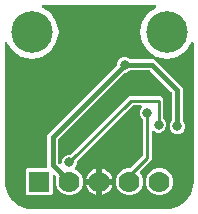
<source format=gbr>
G04 EAGLE Gerber RS-274X export*
G75*
%MOMM*%
%FSLAX34Y34*%
%LPD*%
%INBottom Copper*%
%IPPOS*%
%AMOC8*
5,1,8,0,0,1.08239X$1,22.5*%
G01*
%ADD10C,3.516000*%
%ADD11R,1.778000X1.778000*%
%ADD12C,1.778000*%
%ADD13C,0.800100*%
%ADD14C,0.254000*%
%ADD15C,0.406400*%

G36*
X139722Y2543D02*
X139722Y2543D01*
X139800Y2545D01*
X143177Y2810D01*
X143245Y2824D01*
X143314Y2829D01*
X143470Y2869D01*
X149894Y4956D01*
X150001Y5006D01*
X150112Y5050D01*
X150163Y5083D01*
X150182Y5091D01*
X150197Y5104D01*
X150248Y5136D01*
X155712Y9107D01*
X155799Y9188D01*
X155846Y9227D01*
X155852Y9231D01*
X155853Y9232D01*
X155891Y9264D01*
X155929Y9310D01*
X155944Y9324D01*
X155955Y9342D01*
X155993Y9388D01*
X159964Y14852D01*
X160021Y14956D01*
X160085Y15056D01*
X160107Y15113D01*
X160117Y15131D01*
X160122Y15151D01*
X160144Y15206D01*
X162231Y21630D01*
X162244Y21698D01*
X162267Y21764D01*
X162290Y21923D01*
X162555Y25300D01*
X162555Y25304D01*
X162556Y25307D01*
X162555Y25326D01*
X162559Y25400D01*
X162559Y142396D01*
X162546Y142500D01*
X162542Y142604D01*
X162526Y142657D01*
X162519Y142711D01*
X162481Y142808D01*
X162451Y142909D01*
X162423Y142956D01*
X162402Y143007D01*
X162341Y143092D01*
X162287Y143181D01*
X162248Y143220D01*
X162216Y143265D01*
X162135Y143331D01*
X162061Y143404D01*
X162013Y143432D01*
X161971Y143467D01*
X161876Y143512D01*
X161786Y143564D01*
X161733Y143579D01*
X161683Y143603D01*
X161580Y143622D01*
X161480Y143651D01*
X161425Y143652D01*
X161371Y143663D01*
X161266Y143656D01*
X161162Y143659D01*
X161108Y143646D01*
X161053Y143643D01*
X160954Y143611D01*
X160852Y143587D01*
X160803Y143562D01*
X160751Y143545D01*
X160662Y143489D01*
X160570Y143441D01*
X160528Y143404D01*
X160482Y143375D01*
X160410Y143299D01*
X160332Y143229D01*
X160279Y143159D01*
X160264Y143143D01*
X160257Y143130D01*
X160235Y143101D01*
X155734Y136366D01*
X148378Y131450D01*
X139700Y129724D01*
X131022Y131450D01*
X123666Y136366D01*
X118750Y143722D01*
X117024Y152400D01*
X118750Y161078D01*
X123666Y168434D01*
X130401Y172935D01*
X130480Y173003D01*
X130565Y173064D01*
X130600Y173107D01*
X130641Y173143D01*
X130701Y173229D01*
X130767Y173309D01*
X130791Y173359D01*
X130822Y173405D01*
X130858Y173503D01*
X130903Y173597D01*
X130913Y173651D01*
X130932Y173703D01*
X130943Y173807D01*
X130963Y173910D01*
X130959Y173965D01*
X130965Y174019D01*
X130949Y174123D01*
X130943Y174227D01*
X130926Y174279D01*
X130918Y174334D01*
X130877Y174430D01*
X130845Y174529D01*
X130815Y174576D01*
X130794Y174627D01*
X130731Y174710D01*
X130675Y174798D01*
X130635Y174836D01*
X130601Y174880D01*
X130519Y174945D01*
X130443Y175016D01*
X130395Y175043D01*
X130352Y175077D01*
X130256Y175119D01*
X130165Y175170D01*
X130111Y175183D01*
X130061Y175206D01*
X129958Y175223D01*
X129857Y175249D01*
X129769Y175255D01*
X129747Y175258D01*
X129732Y175257D01*
X129696Y175259D01*
X35404Y175259D01*
X35300Y175246D01*
X35196Y175242D01*
X35143Y175226D01*
X35089Y175219D01*
X34992Y175181D01*
X34891Y175151D01*
X34844Y175123D01*
X34793Y175102D01*
X34708Y175041D01*
X34619Y174987D01*
X34580Y174948D01*
X34536Y174916D01*
X34469Y174835D01*
X34396Y174761D01*
X34368Y174713D01*
X34333Y174671D01*
X34288Y174576D01*
X34236Y174486D01*
X34221Y174433D01*
X34197Y174383D01*
X34178Y174280D01*
X34149Y174180D01*
X34148Y174125D01*
X34137Y174071D01*
X34144Y173966D01*
X34141Y173862D01*
X34154Y173808D01*
X34157Y173753D01*
X34189Y173654D01*
X34213Y173552D01*
X34238Y173503D01*
X34255Y173451D01*
X34311Y173362D01*
X34359Y173270D01*
X34396Y173228D01*
X34425Y173182D01*
X34501Y173110D01*
X34571Y173032D01*
X34641Y172979D01*
X34657Y172964D01*
X34670Y172957D01*
X34699Y172935D01*
X41434Y168434D01*
X46350Y161078D01*
X48076Y152400D01*
X46350Y143722D01*
X41434Y136366D01*
X34078Y131450D01*
X25400Y129724D01*
X16722Y131450D01*
X9366Y136366D01*
X4865Y143101D01*
X4797Y143180D01*
X4736Y143265D01*
X4693Y143300D01*
X4657Y143341D01*
X4571Y143401D01*
X4491Y143467D01*
X4441Y143491D01*
X4395Y143522D01*
X4297Y143558D01*
X4203Y143603D01*
X4149Y143613D01*
X4097Y143632D01*
X3993Y143643D01*
X3890Y143663D01*
X3835Y143659D01*
X3781Y143665D01*
X3677Y143649D01*
X3573Y143643D01*
X3521Y143626D01*
X3466Y143618D01*
X3370Y143577D01*
X3271Y143545D01*
X3224Y143515D01*
X3173Y143494D01*
X3090Y143431D01*
X3002Y143375D01*
X2964Y143335D01*
X2920Y143301D01*
X2855Y143219D01*
X2784Y143143D01*
X2757Y143095D01*
X2723Y143052D01*
X2681Y142956D01*
X2630Y142865D01*
X2617Y142811D01*
X2594Y142761D01*
X2577Y142658D01*
X2551Y142557D01*
X2545Y142469D01*
X2542Y142447D01*
X2543Y142432D01*
X2541Y142396D01*
X2541Y25400D01*
X2543Y25378D01*
X2545Y25300D01*
X2810Y21923D01*
X2824Y21855D01*
X2829Y21786D01*
X2869Y21630D01*
X4956Y15206D01*
X5006Y15099D01*
X5050Y14988D01*
X5083Y14937D01*
X5091Y14918D01*
X5104Y14903D01*
X5136Y14852D01*
X9107Y9388D01*
X9127Y9366D01*
X9138Y9348D01*
X9184Y9305D01*
X9188Y9301D01*
X9264Y9209D01*
X9310Y9171D01*
X9324Y9156D01*
X9342Y9145D01*
X9388Y9107D01*
X14596Y5322D01*
X14852Y5136D01*
X14956Y5079D01*
X15056Y5015D01*
X15113Y4993D01*
X15131Y4983D01*
X15151Y4978D01*
X15206Y4956D01*
X21630Y2869D01*
X21698Y2856D01*
X21764Y2833D01*
X21923Y2810D01*
X25300Y2545D01*
X25322Y2546D01*
X25400Y2541D01*
X139700Y2541D01*
X139722Y2543D01*
G37*
%LPC*%
G36*
X21808Y13969D02*
X21808Y13969D01*
X20319Y15458D01*
X20319Y35342D01*
X21808Y36831D01*
X37338Y36831D01*
X37456Y36846D01*
X37575Y36853D01*
X37613Y36866D01*
X37654Y36871D01*
X37764Y36914D01*
X37877Y36951D01*
X37912Y36973D01*
X37949Y36988D01*
X38045Y37057D01*
X38146Y37121D01*
X38174Y37151D01*
X38207Y37174D01*
X38283Y37266D01*
X38364Y37353D01*
X38384Y37388D01*
X38409Y37419D01*
X38460Y37527D01*
X38518Y37631D01*
X38528Y37671D01*
X38545Y37707D01*
X38567Y37824D01*
X38597Y37939D01*
X38601Y37999D01*
X38605Y38019D01*
X38603Y38040D01*
X38607Y38100D01*
X38607Y65394D01*
X97227Y124014D01*
X97288Y124092D01*
X97356Y124164D01*
X97385Y124217D01*
X97422Y124265D01*
X97461Y124356D01*
X97509Y124443D01*
X97524Y124501D01*
X97548Y124557D01*
X97564Y124655D01*
X97589Y124751D01*
X97595Y124851D01*
X97598Y124871D01*
X97597Y124883D01*
X97599Y124911D01*
X97599Y125761D01*
X98595Y128165D01*
X100435Y130005D01*
X102839Y131001D01*
X105441Y131001D01*
X107845Y130005D01*
X108446Y129404D01*
X108525Y129344D01*
X108597Y129276D01*
X108650Y129247D01*
X108698Y129210D01*
X108788Y129170D01*
X108875Y129122D01*
X108934Y129107D01*
X108989Y129083D01*
X109087Y129068D01*
X109183Y129043D01*
X109283Y129037D01*
X109303Y129033D01*
X109316Y129035D01*
X109344Y129033D01*
X128894Y129033D01*
X153163Y104764D01*
X153163Y77594D01*
X153175Y77496D01*
X153178Y77397D01*
X153195Y77338D01*
X153203Y77278D01*
X153239Y77186D01*
X153267Y77091D01*
X153297Y77039D01*
X153320Y76983D01*
X153378Y76902D01*
X153428Y76817D01*
X153494Y76742D01*
X153506Y76725D01*
X153516Y76717D01*
X153534Y76696D01*
X154135Y76095D01*
X155131Y73691D01*
X155131Y71089D01*
X154135Y68685D01*
X152295Y66845D01*
X149891Y65849D01*
X147289Y65849D01*
X144885Y66845D01*
X143045Y68685D01*
X142049Y71089D01*
X142049Y73691D01*
X143045Y76095D01*
X143646Y76696D01*
X143706Y76775D01*
X143774Y76847D01*
X143803Y76900D01*
X143840Y76948D01*
X143880Y77038D01*
X143928Y77125D01*
X143943Y77184D01*
X143967Y77239D01*
X143982Y77337D01*
X144007Y77433D01*
X144013Y77533D01*
X144017Y77553D01*
X144015Y77566D01*
X144017Y77594D01*
X144017Y100450D01*
X144005Y100548D01*
X144002Y100647D01*
X143985Y100706D01*
X143977Y100766D01*
X143941Y100858D01*
X143913Y100953D01*
X143883Y101005D01*
X143860Y101061D01*
X143802Y101141D01*
X143752Y101227D01*
X143686Y101302D01*
X143674Y101319D01*
X143664Y101327D01*
X143646Y101348D01*
X125478Y119516D01*
X125399Y119576D01*
X125327Y119644D01*
X125274Y119673D01*
X125226Y119710D01*
X125135Y119750D01*
X125049Y119798D01*
X124990Y119813D01*
X124935Y119837D01*
X124837Y119852D01*
X124741Y119877D01*
X124641Y119883D01*
X124620Y119887D01*
X124608Y119885D01*
X124580Y119887D01*
X109344Y119887D01*
X109246Y119875D01*
X109147Y119872D01*
X109088Y119855D01*
X109028Y119847D01*
X108936Y119811D01*
X108841Y119783D01*
X108789Y119753D01*
X108733Y119730D01*
X108652Y119672D01*
X108567Y119622D01*
X108492Y119556D01*
X108475Y119544D01*
X108467Y119534D01*
X108446Y119516D01*
X107845Y118915D01*
X105441Y117919D01*
X104591Y117919D01*
X104493Y117906D01*
X104394Y117903D01*
X104336Y117887D01*
X104276Y117879D01*
X104184Y117842D01*
X104089Y117815D01*
X104036Y117784D01*
X103980Y117762D01*
X103900Y117704D01*
X103815Y117653D01*
X103739Y117587D01*
X103723Y117575D01*
X103715Y117566D01*
X103694Y117547D01*
X48124Y61978D01*
X48064Y61899D01*
X47996Y61827D01*
X47967Y61774D01*
X47930Y61726D01*
X47890Y61635D01*
X47842Y61549D01*
X47827Y61490D01*
X47803Y61435D01*
X47788Y61337D01*
X47763Y61241D01*
X47757Y61141D01*
X47753Y61120D01*
X47755Y61108D01*
X47753Y61080D01*
X47753Y41790D01*
X47765Y41692D01*
X47768Y41593D01*
X47785Y41534D01*
X47793Y41474D01*
X47829Y41382D01*
X47857Y41287D01*
X47887Y41235D01*
X47910Y41179D01*
X47968Y41099D01*
X48018Y41013D01*
X48084Y40938D01*
X48096Y40921D01*
X48106Y40913D01*
X48124Y40892D01*
X48442Y40575D01*
X48552Y40490D01*
X48659Y40401D01*
X48677Y40392D01*
X48693Y40380D01*
X48821Y40324D01*
X48947Y40265D01*
X48966Y40262D01*
X48985Y40254D01*
X49122Y40232D01*
X49259Y40206D01*
X49279Y40207D01*
X49299Y40204D01*
X49438Y40217D01*
X49576Y40225D01*
X49596Y40232D01*
X49616Y40233D01*
X49747Y40281D01*
X49879Y40323D01*
X49896Y40334D01*
X49915Y40341D01*
X50030Y40419D01*
X50148Y40494D01*
X50162Y40508D01*
X50178Y40520D01*
X50270Y40624D01*
X50366Y40725D01*
X50375Y40743D01*
X50389Y40758D01*
X50452Y40882D01*
X50519Y41004D01*
X50524Y41023D01*
X50533Y41041D01*
X50564Y41177D01*
X50599Y41312D01*
X50600Y41340D01*
X50603Y41352D01*
X50602Y41372D01*
X50609Y41472D01*
X50609Y43211D01*
X51605Y45615D01*
X53445Y47455D01*
X55849Y48451D01*
X57776Y48451D01*
X57874Y48464D01*
X57974Y48467D01*
X58032Y48483D01*
X58092Y48491D01*
X58184Y48528D01*
X58279Y48555D01*
X58331Y48586D01*
X58388Y48608D01*
X58468Y48666D01*
X58553Y48717D01*
X58628Y48783D01*
X58645Y48795D01*
X58653Y48804D01*
X58674Y48823D01*
X107642Y97791D01*
X134518Y97791D01*
X136751Y95558D01*
X136751Y79610D01*
X136763Y79512D01*
X136766Y79413D01*
X136783Y79355D01*
X136790Y79295D01*
X136827Y79203D01*
X136854Y79108D01*
X136885Y79056D01*
X136908Y78999D01*
X136966Y78919D01*
X137016Y78834D01*
X137082Y78758D01*
X137094Y78742D01*
X137104Y78734D01*
X137122Y78713D01*
X138485Y77350D01*
X139481Y74946D01*
X139481Y72344D01*
X138485Y69939D01*
X136645Y68099D01*
X134241Y67103D01*
X131639Y67103D01*
X129235Y68099D01*
X129168Y68166D01*
X129058Y68251D01*
X128951Y68340D01*
X128932Y68349D01*
X128916Y68361D01*
X128789Y68417D01*
X128663Y68476D01*
X128643Y68480D01*
X128624Y68488D01*
X128487Y68509D01*
X128350Y68536D01*
X128330Y68534D01*
X128310Y68538D01*
X128172Y68525D01*
X128033Y68516D01*
X128014Y68510D01*
X127994Y68508D01*
X127863Y68461D01*
X127731Y68418D01*
X127713Y68407D01*
X127694Y68400D01*
X127579Y68322D01*
X127462Y68248D01*
X127448Y68233D01*
X127431Y68222D01*
X127339Y68117D01*
X127244Y68016D01*
X127234Y67998D01*
X127221Y67983D01*
X127158Y67859D01*
X127090Y67738D01*
X127085Y67718D01*
X127076Y67700D01*
X127046Y67564D01*
X127011Y67430D01*
X127009Y67402D01*
X127006Y67390D01*
X127007Y67369D01*
X127001Y67269D01*
X127001Y44142D01*
X117085Y34226D01*
X117012Y34131D01*
X116933Y34042D01*
X116915Y34006D01*
X116890Y33974D01*
X116843Y33865D01*
X116788Y33759D01*
X116780Y33720D01*
X116764Y33683D01*
X116745Y33565D01*
X116719Y33449D01*
X116720Y33408D01*
X116714Y33368D01*
X116725Y33250D01*
X116728Y33131D01*
X116740Y33092D01*
X116744Y33052D01*
X116784Y32940D01*
X116817Y32825D01*
X116837Y32791D01*
X116851Y32753D01*
X116918Y32654D01*
X116978Y32551D01*
X117018Y32506D01*
X117030Y32489D01*
X117045Y32476D01*
X117085Y32431D01*
X117641Y31875D01*
X119381Y27674D01*
X119381Y23126D01*
X117641Y18925D01*
X114425Y15709D01*
X110224Y13969D01*
X105676Y13969D01*
X101475Y15709D01*
X98259Y18925D01*
X96519Y23126D01*
X96519Y27674D01*
X98259Y31875D01*
X101475Y35091D01*
X105676Y36831D01*
X108386Y36831D01*
X108484Y36843D01*
X108583Y36846D01*
X108641Y36863D01*
X108701Y36871D01*
X108793Y36907D01*
X108889Y36935D01*
X108941Y36965D01*
X108997Y36988D01*
X109077Y37046D01*
X109162Y37096D01*
X109238Y37162D01*
X109254Y37174D01*
X109262Y37184D01*
X109283Y37202D01*
X119008Y46927D01*
X119068Y47005D01*
X119136Y47077D01*
X119165Y47130D01*
X119202Y47178D01*
X119242Y47269D01*
X119290Y47356D01*
X119305Y47414D01*
X119329Y47470D01*
X119344Y47568D01*
X119369Y47664D01*
X119375Y47764D01*
X119379Y47784D01*
X119377Y47796D01*
X119379Y47824D01*
X119379Y77854D01*
X119367Y77952D01*
X119364Y78051D01*
X119347Y78110D01*
X119339Y78170D01*
X119303Y78262D01*
X119275Y78357D01*
X119245Y78409D01*
X119222Y78465D01*
X119164Y78546D01*
X119114Y78631D01*
X119048Y78706D01*
X119036Y78723D01*
X119026Y78731D01*
X119008Y78752D01*
X117645Y80115D01*
X116649Y82519D01*
X116649Y85121D01*
X117645Y87525D01*
X118122Y88002D01*
X118207Y88112D01*
X118296Y88219D01*
X118304Y88238D01*
X118317Y88254D01*
X118372Y88382D01*
X118431Y88507D01*
X118435Y88527D01*
X118443Y88546D01*
X118465Y88684D01*
X118491Y88820D01*
X118490Y88840D01*
X118493Y88860D01*
X118480Y88999D01*
X118471Y89137D01*
X118465Y89156D01*
X118463Y89176D01*
X118416Y89307D01*
X118373Y89439D01*
X118362Y89457D01*
X118356Y89476D01*
X118278Y89590D01*
X118203Y89708D01*
X118188Y89722D01*
X118177Y89739D01*
X118073Y89831D01*
X117971Y89926D01*
X117954Y89936D01*
X117939Y89949D01*
X117815Y90012D01*
X117693Y90080D01*
X117673Y90085D01*
X117655Y90094D01*
X117519Y90124D01*
X117385Y90159D01*
X117357Y90161D01*
X117345Y90164D01*
X117325Y90163D01*
X117224Y90169D01*
X111324Y90169D01*
X111226Y90157D01*
X111127Y90154D01*
X111069Y90137D01*
X111009Y90129D01*
X110917Y90093D01*
X110821Y90065D01*
X110769Y90035D01*
X110713Y90012D01*
X110633Y89954D01*
X110548Y89904D01*
X110472Y89838D01*
X110456Y89826D01*
X110448Y89816D01*
X110427Y89798D01*
X64063Y43434D01*
X64002Y43356D01*
X63934Y43283D01*
X63905Y43230D01*
X63868Y43183D01*
X63829Y43092D01*
X63781Y43005D01*
X63766Y42946D01*
X63742Y42891D01*
X63726Y42793D01*
X63701Y42697D01*
X63695Y42597D01*
X63692Y42577D01*
X63693Y42564D01*
X63691Y42536D01*
X63691Y40609D01*
X62695Y38205D01*
X62109Y37618D01*
X62078Y37579D01*
X62042Y37545D01*
X61981Y37454D01*
X61914Y37367D01*
X61894Y37321D01*
X61867Y37280D01*
X61831Y37176D01*
X61788Y37075D01*
X61780Y37026D01*
X61764Y36979D01*
X61755Y36870D01*
X61738Y36761D01*
X61742Y36711D01*
X61738Y36662D01*
X61757Y36554D01*
X61767Y36444D01*
X61784Y36397D01*
X61793Y36349D01*
X61838Y36248D01*
X61875Y36145D01*
X61903Y36104D01*
X61923Y36059D01*
X61992Y35973D01*
X62054Y35882D01*
X62091Y35849D01*
X62122Y35810D01*
X62210Y35744D01*
X62292Y35671D01*
X62336Y35649D01*
X62376Y35619D01*
X62521Y35548D01*
X63625Y35090D01*
X66841Y31875D01*
X68581Y27674D01*
X68581Y23126D01*
X66841Y18925D01*
X63625Y15709D01*
X59424Y13969D01*
X54876Y13969D01*
X50675Y15709D01*
X47459Y18925D01*
X45719Y23126D01*
X45719Y27674D01*
X46183Y28792D01*
X46190Y28821D01*
X46204Y28847D01*
X46232Y28974D01*
X46267Y29099D01*
X46267Y29129D01*
X46274Y29158D01*
X46270Y29287D01*
X46272Y29417D01*
X46265Y29446D01*
X46264Y29475D01*
X46228Y29600D01*
X46198Y29726D01*
X46184Y29753D01*
X46175Y29781D01*
X46110Y29893D01*
X46049Y30008D01*
X46029Y30029D01*
X46014Y30055D01*
X45908Y30176D01*
X45347Y30736D01*
X45238Y30821D01*
X45131Y30910D01*
X45112Y30918D01*
X45096Y30931D01*
X44968Y30986D01*
X44843Y31045D01*
X44823Y31049D01*
X44804Y31057D01*
X44666Y31079D01*
X44530Y31105D01*
X44510Y31104D01*
X44490Y31107D01*
X44351Y31094D01*
X44213Y31085D01*
X44194Y31079D01*
X44174Y31077D01*
X44042Y31030D01*
X43911Y30987D01*
X43893Y30976D01*
X43874Y30969D01*
X43759Y30891D01*
X43642Y30817D01*
X43628Y30802D01*
X43611Y30791D01*
X43519Y30687D01*
X43424Y30585D01*
X43414Y30568D01*
X43401Y30552D01*
X43337Y30429D01*
X43270Y30307D01*
X43265Y30287D01*
X43256Y30269D01*
X43226Y30133D01*
X43191Y29999D01*
X43189Y29971D01*
X43186Y29959D01*
X43187Y29938D01*
X43181Y29838D01*
X43181Y15458D01*
X41692Y13969D01*
X21808Y13969D01*
G37*
%LPD*%
%LPC*%
G36*
X131076Y13969D02*
X131076Y13969D01*
X126875Y15709D01*
X123659Y18925D01*
X121919Y23126D01*
X121919Y27674D01*
X123659Y31875D01*
X126875Y35091D01*
X131076Y36831D01*
X135624Y36831D01*
X139825Y35091D01*
X143041Y31875D01*
X144781Y27674D01*
X144781Y23126D01*
X143041Y18925D01*
X139825Y15709D01*
X135624Y13969D01*
X131076Y13969D01*
G37*
%LPD*%
%LPC*%
G36*
X85049Y27899D02*
X85049Y27899D01*
X85049Y36577D01*
X85227Y36549D01*
X86938Y35993D01*
X88541Y35177D01*
X89997Y34119D01*
X91269Y32847D01*
X92327Y31391D01*
X93143Y29788D01*
X93699Y28077D01*
X93727Y27899D01*
X85049Y27899D01*
G37*
%LPD*%
%LPC*%
G36*
X71373Y27899D02*
X71373Y27899D01*
X71401Y28077D01*
X71957Y29788D01*
X72773Y31391D01*
X73831Y32847D01*
X75103Y34119D01*
X76559Y35177D01*
X78162Y35993D01*
X79873Y36549D01*
X80051Y36577D01*
X80051Y27899D01*
X71373Y27899D01*
G37*
%LPD*%
%LPC*%
G36*
X85049Y22901D02*
X85049Y22901D01*
X93727Y22901D01*
X93699Y22723D01*
X93143Y21012D01*
X92327Y19409D01*
X91269Y17953D01*
X89997Y16681D01*
X88541Y15623D01*
X86938Y14807D01*
X85227Y14251D01*
X85049Y14223D01*
X85049Y22901D01*
G37*
%LPD*%
%LPC*%
G36*
X79873Y14251D02*
X79873Y14251D01*
X78162Y14807D01*
X76559Y15623D01*
X75103Y16681D01*
X73831Y17953D01*
X72773Y19409D01*
X71957Y21012D01*
X71401Y22723D01*
X71373Y22901D01*
X80051Y22901D01*
X80051Y14223D01*
X79873Y14251D01*
G37*
%LPD*%
D10*
X25400Y152400D03*
X139700Y152400D03*
D11*
X31750Y25400D03*
D12*
X57150Y25400D03*
X82550Y25400D03*
X107950Y25400D03*
X133350Y25400D03*
D13*
X119380Y133350D03*
X54610Y137160D03*
X44450Y90170D03*
D14*
X123190Y83820D02*
X123190Y45720D01*
D13*
X123190Y83820D03*
D14*
X123190Y45720D02*
X107950Y30480D01*
X107950Y25400D01*
D13*
X104140Y124460D03*
D15*
X43180Y63500D01*
X43180Y39370D01*
X57150Y25400D01*
D13*
X148590Y72390D03*
D15*
X148590Y102870D01*
X127000Y124460D01*
X104140Y124460D01*
D13*
X132940Y73645D03*
D14*
X132940Y93980D01*
X109220Y93980D01*
X57150Y41910D01*
D13*
X57150Y41910D03*
M02*

</source>
